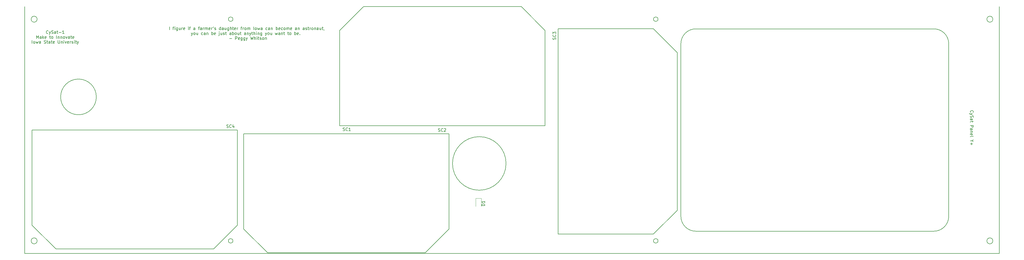
<source format=gbr>
G04 #@! TF.GenerationSoftware,KiCad,Pcbnew,(5.1.9)-1*
G04 #@! TF.CreationDate,2021-03-05T16:24:16-06:00*
G04 #@! TF.ProjectId,Y+,592b2e6b-6963-4616-945f-706362585858,3*
G04 #@! TF.SameCoordinates,Original*
G04 #@! TF.FileFunction,Legend,Top*
G04 #@! TF.FilePolarity,Positive*
%FSLAX46Y46*%
G04 Gerber Fmt 4.6, Leading zero omitted, Abs format (unit mm)*
G04 Created by KiCad (PCBNEW (5.1.9)-1) date 2021-03-05 16:24:16*
%MOMM*%
%LPD*%
G01*
G04 APERTURE LIST*
%ADD10C,0.150000*%
%ADD11C,0.200000*%
%ADD12C,0.120000*%
G04 APERTURE END LIST*
D10*
X444142857Y-220869523D02*
X444095238Y-220821904D01*
X444047619Y-220679047D01*
X444047619Y-220583809D01*
X444095238Y-220440952D01*
X444190476Y-220345714D01*
X444285714Y-220298095D01*
X444476190Y-220250476D01*
X444619047Y-220250476D01*
X444809523Y-220298095D01*
X444904761Y-220345714D01*
X445000000Y-220440952D01*
X445047619Y-220583809D01*
X445047619Y-220679047D01*
X445000000Y-220821904D01*
X444952380Y-220869523D01*
X444714285Y-221202857D02*
X444047619Y-221440952D01*
X444714285Y-221679047D02*
X444047619Y-221440952D01*
X443809523Y-221345714D01*
X443761904Y-221298095D01*
X443714285Y-221202857D01*
X444095238Y-222012380D02*
X444047619Y-222155238D01*
X444047619Y-222393333D01*
X444095238Y-222488571D01*
X444142857Y-222536190D01*
X444238095Y-222583809D01*
X444333333Y-222583809D01*
X444428571Y-222536190D01*
X444476190Y-222488571D01*
X444523809Y-222393333D01*
X444571428Y-222202857D01*
X444619047Y-222107619D01*
X444666666Y-222060000D01*
X444761904Y-222012380D01*
X444857142Y-222012380D01*
X444952380Y-222060000D01*
X445000000Y-222107619D01*
X445047619Y-222202857D01*
X445047619Y-222440952D01*
X445000000Y-222583809D01*
X444047619Y-223440952D02*
X444571428Y-223440952D01*
X444666666Y-223393333D01*
X444714285Y-223298095D01*
X444714285Y-223107619D01*
X444666666Y-223012380D01*
X444095238Y-223440952D02*
X444047619Y-223345714D01*
X444047619Y-223107619D01*
X444095238Y-223012380D01*
X444190476Y-222964761D01*
X444285714Y-222964761D01*
X444380952Y-223012380D01*
X444428571Y-223107619D01*
X444428571Y-223345714D01*
X444476190Y-223440952D01*
X444714285Y-223774285D02*
X444714285Y-224155238D01*
X445047619Y-223917142D02*
X444190476Y-223917142D01*
X444095238Y-223964761D01*
X444047619Y-224060000D01*
X444047619Y-224155238D01*
X444047619Y-225250476D02*
X445047619Y-225250476D01*
X445047619Y-225631428D01*
X445000000Y-225726666D01*
X444952380Y-225774285D01*
X444857142Y-225821904D01*
X444714285Y-225821904D01*
X444619047Y-225774285D01*
X444571428Y-225726666D01*
X444523809Y-225631428D01*
X444523809Y-225250476D01*
X444047619Y-226679047D02*
X444571428Y-226679047D01*
X444666666Y-226631428D01*
X444714285Y-226536190D01*
X444714285Y-226345714D01*
X444666666Y-226250476D01*
X444095238Y-226679047D02*
X444047619Y-226583809D01*
X444047619Y-226345714D01*
X444095238Y-226250476D01*
X444190476Y-226202857D01*
X444285714Y-226202857D01*
X444380952Y-226250476D01*
X444428571Y-226345714D01*
X444428571Y-226583809D01*
X444476190Y-226679047D01*
X444714285Y-227155238D02*
X444047619Y-227155238D01*
X444619047Y-227155238D02*
X444666666Y-227202857D01*
X444714285Y-227298095D01*
X444714285Y-227440952D01*
X444666666Y-227536190D01*
X444571428Y-227583809D01*
X444047619Y-227583809D01*
X444095238Y-228440952D02*
X444047619Y-228345714D01*
X444047619Y-228155238D01*
X444095238Y-228060000D01*
X444190476Y-228012380D01*
X444571428Y-228012380D01*
X444666666Y-228060000D01*
X444714285Y-228155238D01*
X444714285Y-228345714D01*
X444666666Y-228440952D01*
X444571428Y-228488571D01*
X444476190Y-228488571D01*
X444380952Y-228012380D01*
X444047619Y-229060000D02*
X444095238Y-228964761D01*
X444190476Y-228917142D01*
X445047619Y-228917142D01*
X444523809Y-230393333D02*
X444047619Y-230393333D01*
X445047619Y-230060000D02*
X444523809Y-230393333D01*
X445047619Y-230726666D01*
X444428571Y-231060000D02*
X444428571Y-231821904D01*
X444047619Y-231440952D02*
X444809523Y-231440952D01*
X174937857Y-193112380D02*
X174937857Y-192112380D01*
X176033095Y-192445714D02*
X176414047Y-192445714D01*
X176175952Y-193112380D02*
X176175952Y-192255238D01*
X176223571Y-192160000D01*
X176318809Y-192112380D01*
X176414047Y-192112380D01*
X176747380Y-193112380D02*
X176747380Y-192445714D01*
X176747380Y-192112380D02*
X176699761Y-192160000D01*
X176747380Y-192207619D01*
X176795000Y-192160000D01*
X176747380Y-192112380D01*
X176747380Y-192207619D01*
X177652142Y-192445714D02*
X177652142Y-193255238D01*
X177604523Y-193350476D01*
X177556904Y-193398095D01*
X177461666Y-193445714D01*
X177318809Y-193445714D01*
X177223571Y-193398095D01*
X177652142Y-193064761D02*
X177556904Y-193112380D01*
X177366428Y-193112380D01*
X177271190Y-193064761D01*
X177223571Y-193017142D01*
X177175952Y-192921904D01*
X177175952Y-192636190D01*
X177223571Y-192540952D01*
X177271190Y-192493333D01*
X177366428Y-192445714D01*
X177556904Y-192445714D01*
X177652142Y-192493333D01*
X178556904Y-192445714D02*
X178556904Y-193112380D01*
X178128333Y-192445714D02*
X178128333Y-192969523D01*
X178175952Y-193064761D01*
X178271190Y-193112380D01*
X178414047Y-193112380D01*
X178509285Y-193064761D01*
X178556904Y-193017142D01*
X179033095Y-193112380D02*
X179033095Y-192445714D01*
X179033095Y-192636190D02*
X179080714Y-192540952D01*
X179128333Y-192493333D01*
X179223571Y-192445714D01*
X179318809Y-192445714D01*
X180033095Y-193064761D02*
X179937857Y-193112380D01*
X179747380Y-193112380D01*
X179652142Y-193064761D01*
X179604523Y-192969523D01*
X179604523Y-192588571D01*
X179652142Y-192493333D01*
X179747380Y-192445714D01*
X179937857Y-192445714D01*
X180033095Y-192493333D01*
X180080714Y-192588571D01*
X180080714Y-192683809D01*
X179604523Y-192779047D01*
X181271190Y-193112380D02*
X181271190Y-192445714D01*
X181271190Y-192112380D02*
X181223571Y-192160000D01*
X181271190Y-192207619D01*
X181318809Y-192160000D01*
X181271190Y-192112380D01*
X181271190Y-192207619D01*
X181604523Y-192445714D02*
X181985476Y-192445714D01*
X181747380Y-193112380D02*
X181747380Y-192255238D01*
X181795000Y-192160000D01*
X181890238Y-192112380D01*
X181985476Y-192112380D01*
X183509285Y-193112380D02*
X183509285Y-192588571D01*
X183461666Y-192493333D01*
X183366428Y-192445714D01*
X183175952Y-192445714D01*
X183080714Y-192493333D01*
X183509285Y-193064761D02*
X183414047Y-193112380D01*
X183175952Y-193112380D01*
X183080714Y-193064761D01*
X183033095Y-192969523D01*
X183033095Y-192874285D01*
X183080714Y-192779047D01*
X183175952Y-192731428D01*
X183414047Y-192731428D01*
X183509285Y-192683809D01*
X184604523Y-192445714D02*
X184985476Y-192445714D01*
X184747380Y-193112380D02*
X184747380Y-192255238D01*
X184795000Y-192160000D01*
X184890238Y-192112380D01*
X184985476Y-192112380D01*
X185747380Y-193112380D02*
X185747380Y-192588571D01*
X185699761Y-192493333D01*
X185604523Y-192445714D01*
X185414047Y-192445714D01*
X185318809Y-192493333D01*
X185747380Y-193064761D02*
X185652142Y-193112380D01*
X185414047Y-193112380D01*
X185318809Y-193064761D01*
X185271190Y-192969523D01*
X185271190Y-192874285D01*
X185318809Y-192779047D01*
X185414047Y-192731428D01*
X185652142Y-192731428D01*
X185747380Y-192683809D01*
X186223571Y-193112380D02*
X186223571Y-192445714D01*
X186223571Y-192636190D02*
X186271190Y-192540952D01*
X186318809Y-192493333D01*
X186414047Y-192445714D01*
X186509285Y-192445714D01*
X186842619Y-193112380D02*
X186842619Y-192445714D01*
X186842619Y-192540952D02*
X186890238Y-192493333D01*
X186985476Y-192445714D01*
X187128333Y-192445714D01*
X187223571Y-192493333D01*
X187271190Y-192588571D01*
X187271190Y-193112380D01*
X187271190Y-192588571D02*
X187318809Y-192493333D01*
X187414047Y-192445714D01*
X187556904Y-192445714D01*
X187652142Y-192493333D01*
X187699761Y-192588571D01*
X187699761Y-193112380D01*
X188556904Y-193064761D02*
X188461666Y-193112380D01*
X188271190Y-193112380D01*
X188175952Y-193064761D01*
X188128333Y-192969523D01*
X188128333Y-192588571D01*
X188175952Y-192493333D01*
X188271190Y-192445714D01*
X188461666Y-192445714D01*
X188556904Y-192493333D01*
X188604523Y-192588571D01*
X188604523Y-192683809D01*
X188128333Y-192779047D01*
X189033095Y-193112380D02*
X189033095Y-192445714D01*
X189033095Y-192636190D02*
X189080714Y-192540952D01*
X189128333Y-192493333D01*
X189223571Y-192445714D01*
X189318809Y-192445714D01*
X189699761Y-192112380D02*
X189699761Y-192160000D01*
X189652142Y-192255238D01*
X189604523Y-192302857D01*
X190080714Y-193064761D02*
X190175952Y-193112380D01*
X190366428Y-193112380D01*
X190461666Y-193064761D01*
X190509285Y-192969523D01*
X190509285Y-192921904D01*
X190461666Y-192826666D01*
X190366428Y-192779047D01*
X190223571Y-192779047D01*
X190128333Y-192731428D01*
X190080714Y-192636190D01*
X190080714Y-192588571D01*
X190128333Y-192493333D01*
X190223571Y-192445714D01*
X190366428Y-192445714D01*
X190461666Y-192493333D01*
X192128333Y-193112380D02*
X192128333Y-192112380D01*
X192128333Y-193064761D02*
X192033095Y-193112380D01*
X191842619Y-193112380D01*
X191747380Y-193064761D01*
X191699761Y-193017142D01*
X191652142Y-192921904D01*
X191652142Y-192636190D01*
X191699761Y-192540952D01*
X191747380Y-192493333D01*
X191842619Y-192445714D01*
X192033095Y-192445714D01*
X192128333Y-192493333D01*
X193033095Y-193112380D02*
X193033095Y-192588571D01*
X192985476Y-192493333D01*
X192890238Y-192445714D01*
X192699761Y-192445714D01*
X192604523Y-192493333D01*
X193033095Y-193064761D02*
X192937857Y-193112380D01*
X192699761Y-193112380D01*
X192604523Y-193064761D01*
X192556904Y-192969523D01*
X192556904Y-192874285D01*
X192604523Y-192779047D01*
X192699761Y-192731428D01*
X192937857Y-192731428D01*
X193033095Y-192683809D01*
X193937857Y-192445714D02*
X193937857Y-193112380D01*
X193509285Y-192445714D02*
X193509285Y-192969523D01*
X193556904Y-193064761D01*
X193652142Y-193112380D01*
X193795000Y-193112380D01*
X193890238Y-193064761D01*
X193937857Y-193017142D01*
X194842619Y-192445714D02*
X194842619Y-193255238D01*
X194795000Y-193350476D01*
X194747380Y-193398095D01*
X194652142Y-193445714D01*
X194509285Y-193445714D01*
X194414047Y-193398095D01*
X194842619Y-193064761D02*
X194747380Y-193112380D01*
X194556904Y-193112380D01*
X194461666Y-193064761D01*
X194414047Y-193017142D01*
X194366428Y-192921904D01*
X194366428Y-192636190D01*
X194414047Y-192540952D01*
X194461666Y-192493333D01*
X194556904Y-192445714D01*
X194747380Y-192445714D01*
X194842619Y-192493333D01*
X195318809Y-193112380D02*
X195318809Y-192112380D01*
X195747380Y-193112380D02*
X195747380Y-192588571D01*
X195699761Y-192493333D01*
X195604523Y-192445714D01*
X195461666Y-192445714D01*
X195366428Y-192493333D01*
X195318809Y-192540952D01*
X196080714Y-192445714D02*
X196461666Y-192445714D01*
X196223571Y-192112380D02*
X196223571Y-192969523D01*
X196271190Y-193064761D01*
X196366428Y-193112380D01*
X196461666Y-193112380D01*
X197175952Y-193064761D02*
X197080714Y-193112380D01*
X196890238Y-193112380D01*
X196795000Y-193064761D01*
X196747380Y-192969523D01*
X196747380Y-192588571D01*
X196795000Y-192493333D01*
X196890238Y-192445714D01*
X197080714Y-192445714D01*
X197175952Y-192493333D01*
X197223571Y-192588571D01*
X197223571Y-192683809D01*
X196747380Y-192779047D01*
X197652142Y-193112380D02*
X197652142Y-192445714D01*
X197652142Y-192636190D02*
X197699761Y-192540952D01*
X197747380Y-192493333D01*
X197842619Y-192445714D01*
X197937857Y-192445714D01*
X198890238Y-192445714D02*
X199271190Y-192445714D01*
X199033095Y-193112380D02*
X199033095Y-192255238D01*
X199080714Y-192160000D01*
X199175952Y-192112380D01*
X199271190Y-192112380D01*
X199604523Y-193112380D02*
X199604523Y-192445714D01*
X199604523Y-192636190D02*
X199652142Y-192540952D01*
X199699761Y-192493333D01*
X199795000Y-192445714D01*
X199890238Y-192445714D01*
X200366428Y-193112380D02*
X200271190Y-193064761D01*
X200223571Y-193017142D01*
X200175952Y-192921904D01*
X200175952Y-192636190D01*
X200223571Y-192540952D01*
X200271190Y-192493333D01*
X200366428Y-192445714D01*
X200509285Y-192445714D01*
X200604523Y-192493333D01*
X200652142Y-192540952D01*
X200699761Y-192636190D01*
X200699761Y-192921904D01*
X200652142Y-193017142D01*
X200604523Y-193064761D01*
X200509285Y-193112380D01*
X200366428Y-193112380D01*
X201128333Y-193112380D02*
X201128333Y-192445714D01*
X201128333Y-192540952D02*
X201175952Y-192493333D01*
X201271190Y-192445714D01*
X201414047Y-192445714D01*
X201509285Y-192493333D01*
X201556904Y-192588571D01*
X201556904Y-193112380D01*
X201556904Y-192588571D02*
X201604523Y-192493333D01*
X201699761Y-192445714D01*
X201842619Y-192445714D01*
X201937857Y-192493333D01*
X201985476Y-192588571D01*
X201985476Y-193112380D01*
X203223571Y-193112380D02*
X203223571Y-192112380D01*
X203842619Y-193112380D02*
X203747380Y-193064761D01*
X203699761Y-193017142D01*
X203652142Y-192921904D01*
X203652142Y-192636190D01*
X203699761Y-192540952D01*
X203747380Y-192493333D01*
X203842619Y-192445714D01*
X203985476Y-192445714D01*
X204080714Y-192493333D01*
X204128333Y-192540952D01*
X204175952Y-192636190D01*
X204175952Y-192921904D01*
X204128333Y-193017142D01*
X204080714Y-193064761D01*
X203985476Y-193112380D01*
X203842619Y-193112380D01*
X204509285Y-192445714D02*
X204699761Y-193112380D01*
X204890238Y-192636190D01*
X205080714Y-193112380D01*
X205271190Y-192445714D01*
X206080714Y-193112380D02*
X206080714Y-192588571D01*
X206033095Y-192493333D01*
X205937857Y-192445714D01*
X205747380Y-192445714D01*
X205652142Y-192493333D01*
X206080714Y-193064761D02*
X205985476Y-193112380D01*
X205747380Y-193112380D01*
X205652142Y-193064761D01*
X205604523Y-192969523D01*
X205604523Y-192874285D01*
X205652142Y-192779047D01*
X205747380Y-192731428D01*
X205985476Y-192731428D01*
X206080714Y-192683809D01*
X207747380Y-193064761D02*
X207652142Y-193112380D01*
X207461666Y-193112380D01*
X207366428Y-193064761D01*
X207318809Y-193017142D01*
X207271190Y-192921904D01*
X207271190Y-192636190D01*
X207318809Y-192540952D01*
X207366428Y-192493333D01*
X207461666Y-192445714D01*
X207652142Y-192445714D01*
X207747380Y-192493333D01*
X208604523Y-193112380D02*
X208604523Y-192588571D01*
X208556904Y-192493333D01*
X208461666Y-192445714D01*
X208271190Y-192445714D01*
X208175952Y-192493333D01*
X208604523Y-193064761D02*
X208509285Y-193112380D01*
X208271190Y-193112380D01*
X208175952Y-193064761D01*
X208128333Y-192969523D01*
X208128333Y-192874285D01*
X208175952Y-192779047D01*
X208271190Y-192731428D01*
X208509285Y-192731428D01*
X208604523Y-192683809D01*
X209080714Y-192445714D02*
X209080714Y-193112380D01*
X209080714Y-192540952D02*
X209128333Y-192493333D01*
X209223571Y-192445714D01*
X209366428Y-192445714D01*
X209461666Y-192493333D01*
X209509285Y-192588571D01*
X209509285Y-193112380D01*
X210747380Y-193112380D02*
X210747380Y-192112380D01*
X210747380Y-192493333D02*
X210842619Y-192445714D01*
X211033095Y-192445714D01*
X211128333Y-192493333D01*
X211175952Y-192540952D01*
X211223571Y-192636190D01*
X211223571Y-192921904D01*
X211175952Y-193017142D01*
X211128333Y-193064761D01*
X211033095Y-193112380D01*
X210842619Y-193112380D01*
X210747380Y-193064761D01*
X212033095Y-193064761D02*
X211937857Y-193112380D01*
X211747380Y-193112380D01*
X211652142Y-193064761D01*
X211604523Y-192969523D01*
X211604523Y-192588571D01*
X211652142Y-192493333D01*
X211747380Y-192445714D01*
X211937857Y-192445714D01*
X212033095Y-192493333D01*
X212080714Y-192588571D01*
X212080714Y-192683809D01*
X211604523Y-192779047D01*
X212937857Y-193064761D02*
X212842619Y-193112380D01*
X212652142Y-193112380D01*
X212556904Y-193064761D01*
X212509285Y-193017142D01*
X212461666Y-192921904D01*
X212461666Y-192636190D01*
X212509285Y-192540952D01*
X212556904Y-192493333D01*
X212652142Y-192445714D01*
X212842619Y-192445714D01*
X212937857Y-192493333D01*
X213509285Y-193112380D02*
X213414047Y-193064761D01*
X213366428Y-193017142D01*
X213318809Y-192921904D01*
X213318809Y-192636190D01*
X213366428Y-192540952D01*
X213414047Y-192493333D01*
X213509285Y-192445714D01*
X213652142Y-192445714D01*
X213747380Y-192493333D01*
X213795000Y-192540952D01*
X213842619Y-192636190D01*
X213842619Y-192921904D01*
X213795000Y-193017142D01*
X213747380Y-193064761D01*
X213652142Y-193112380D01*
X213509285Y-193112380D01*
X214271190Y-193112380D02*
X214271190Y-192445714D01*
X214271190Y-192540952D02*
X214318809Y-192493333D01*
X214414047Y-192445714D01*
X214556904Y-192445714D01*
X214652142Y-192493333D01*
X214699761Y-192588571D01*
X214699761Y-193112380D01*
X214699761Y-192588571D02*
X214747380Y-192493333D01*
X214842619Y-192445714D01*
X214985476Y-192445714D01*
X215080714Y-192493333D01*
X215128333Y-192588571D01*
X215128333Y-193112380D01*
X215985476Y-193064761D02*
X215890238Y-193112380D01*
X215699761Y-193112380D01*
X215604523Y-193064761D01*
X215556904Y-192969523D01*
X215556904Y-192588571D01*
X215604523Y-192493333D01*
X215699761Y-192445714D01*
X215890238Y-192445714D01*
X215985476Y-192493333D01*
X216033095Y-192588571D01*
X216033095Y-192683809D01*
X215556904Y-192779047D01*
X217652142Y-193112380D02*
X217652142Y-192588571D01*
X217604523Y-192493333D01*
X217509285Y-192445714D01*
X217318809Y-192445714D01*
X217223571Y-192493333D01*
X217652142Y-193064761D02*
X217556904Y-193112380D01*
X217318809Y-193112380D01*
X217223571Y-193064761D01*
X217175952Y-192969523D01*
X217175952Y-192874285D01*
X217223571Y-192779047D01*
X217318809Y-192731428D01*
X217556904Y-192731428D01*
X217652142Y-192683809D01*
X218128333Y-192445714D02*
X218128333Y-193112380D01*
X218128333Y-192540952D02*
X218175952Y-192493333D01*
X218271190Y-192445714D01*
X218414047Y-192445714D01*
X218509285Y-192493333D01*
X218556904Y-192588571D01*
X218556904Y-193112380D01*
X220223571Y-193112380D02*
X220223571Y-192588571D01*
X220175952Y-192493333D01*
X220080714Y-192445714D01*
X219890238Y-192445714D01*
X219795000Y-192493333D01*
X220223571Y-193064761D02*
X220128333Y-193112380D01*
X219890238Y-193112380D01*
X219795000Y-193064761D01*
X219747380Y-192969523D01*
X219747380Y-192874285D01*
X219795000Y-192779047D01*
X219890238Y-192731428D01*
X220128333Y-192731428D01*
X220223571Y-192683809D01*
X220652142Y-193064761D02*
X220747380Y-193112380D01*
X220937857Y-193112380D01*
X221033095Y-193064761D01*
X221080714Y-192969523D01*
X221080714Y-192921904D01*
X221033095Y-192826666D01*
X220937857Y-192779047D01*
X220795000Y-192779047D01*
X220699761Y-192731428D01*
X220652142Y-192636190D01*
X220652142Y-192588571D01*
X220699761Y-192493333D01*
X220795000Y-192445714D01*
X220937857Y-192445714D01*
X221033095Y-192493333D01*
X221366428Y-192445714D02*
X221747380Y-192445714D01*
X221509285Y-192112380D02*
X221509285Y-192969523D01*
X221556904Y-193064761D01*
X221652142Y-193112380D01*
X221747380Y-193112380D01*
X222080714Y-193112380D02*
X222080714Y-192445714D01*
X222080714Y-192636190D02*
X222128333Y-192540952D01*
X222175952Y-192493333D01*
X222271190Y-192445714D01*
X222366428Y-192445714D01*
X222842619Y-193112380D02*
X222747380Y-193064761D01*
X222699761Y-193017142D01*
X222652142Y-192921904D01*
X222652142Y-192636190D01*
X222699761Y-192540952D01*
X222747380Y-192493333D01*
X222842619Y-192445714D01*
X222985476Y-192445714D01*
X223080714Y-192493333D01*
X223128333Y-192540952D01*
X223175952Y-192636190D01*
X223175952Y-192921904D01*
X223128333Y-193017142D01*
X223080714Y-193064761D01*
X222985476Y-193112380D01*
X222842619Y-193112380D01*
X223604523Y-192445714D02*
X223604523Y-193112380D01*
X223604523Y-192540952D02*
X223652142Y-192493333D01*
X223747380Y-192445714D01*
X223890238Y-192445714D01*
X223985476Y-192493333D01*
X224033095Y-192588571D01*
X224033095Y-193112380D01*
X224937857Y-193112380D02*
X224937857Y-192588571D01*
X224890238Y-192493333D01*
X224794999Y-192445714D01*
X224604523Y-192445714D01*
X224509285Y-192493333D01*
X224937857Y-193064761D02*
X224842619Y-193112380D01*
X224604523Y-193112380D01*
X224509285Y-193064761D01*
X224461666Y-192969523D01*
X224461666Y-192874285D01*
X224509285Y-192779047D01*
X224604523Y-192731428D01*
X224842619Y-192731428D01*
X224937857Y-192683809D01*
X225842619Y-192445714D02*
X225842619Y-193112380D01*
X225414047Y-192445714D02*
X225414047Y-192969523D01*
X225461666Y-193064761D01*
X225556904Y-193112380D01*
X225699761Y-193112380D01*
X225794999Y-193064761D01*
X225842619Y-193017142D01*
X226175952Y-192445714D02*
X226556904Y-192445714D01*
X226318809Y-192112380D02*
X226318809Y-192969523D01*
X226366428Y-193064761D01*
X226461666Y-193112380D01*
X226556904Y-193112380D01*
X226937857Y-193064761D02*
X226937857Y-193112380D01*
X226890238Y-193207619D01*
X226842619Y-193255238D01*
X182247380Y-194095714D02*
X182485476Y-194762380D01*
X182723571Y-194095714D02*
X182485476Y-194762380D01*
X182390238Y-195000476D01*
X182342619Y-195048095D01*
X182247380Y-195095714D01*
X183247380Y-194762380D02*
X183152142Y-194714761D01*
X183104523Y-194667142D01*
X183056904Y-194571904D01*
X183056904Y-194286190D01*
X183104523Y-194190952D01*
X183152142Y-194143333D01*
X183247380Y-194095714D01*
X183390238Y-194095714D01*
X183485476Y-194143333D01*
X183533095Y-194190952D01*
X183580714Y-194286190D01*
X183580714Y-194571904D01*
X183533095Y-194667142D01*
X183485476Y-194714761D01*
X183390238Y-194762380D01*
X183247380Y-194762380D01*
X184437857Y-194095714D02*
X184437857Y-194762380D01*
X184009285Y-194095714D02*
X184009285Y-194619523D01*
X184056904Y-194714761D01*
X184152142Y-194762380D01*
X184295000Y-194762380D01*
X184390238Y-194714761D01*
X184437857Y-194667142D01*
X186104523Y-194714761D02*
X186009285Y-194762380D01*
X185818809Y-194762380D01*
X185723571Y-194714761D01*
X185675952Y-194667142D01*
X185628333Y-194571904D01*
X185628333Y-194286190D01*
X185675952Y-194190952D01*
X185723571Y-194143333D01*
X185818809Y-194095714D01*
X186009285Y-194095714D01*
X186104523Y-194143333D01*
X186961666Y-194762380D02*
X186961666Y-194238571D01*
X186914047Y-194143333D01*
X186818809Y-194095714D01*
X186628333Y-194095714D01*
X186533095Y-194143333D01*
X186961666Y-194714761D02*
X186866428Y-194762380D01*
X186628333Y-194762380D01*
X186533095Y-194714761D01*
X186485476Y-194619523D01*
X186485476Y-194524285D01*
X186533095Y-194429047D01*
X186628333Y-194381428D01*
X186866428Y-194381428D01*
X186961666Y-194333809D01*
X187437857Y-194095714D02*
X187437857Y-194762380D01*
X187437857Y-194190952D02*
X187485476Y-194143333D01*
X187580714Y-194095714D01*
X187723571Y-194095714D01*
X187818809Y-194143333D01*
X187866428Y-194238571D01*
X187866428Y-194762380D01*
X189104523Y-194762380D02*
X189104523Y-193762380D01*
X189104523Y-194143333D02*
X189199761Y-194095714D01*
X189390238Y-194095714D01*
X189485476Y-194143333D01*
X189533095Y-194190952D01*
X189580714Y-194286190D01*
X189580714Y-194571904D01*
X189533095Y-194667142D01*
X189485476Y-194714761D01*
X189390238Y-194762380D01*
X189199761Y-194762380D01*
X189104523Y-194714761D01*
X190390238Y-194714761D02*
X190295000Y-194762380D01*
X190104523Y-194762380D01*
X190009285Y-194714761D01*
X189961666Y-194619523D01*
X189961666Y-194238571D01*
X190009285Y-194143333D01*
X190104523Y-194095714D01*
X190295000Y-194095714D01*
X190390238Y-194143333D01*
X190437857Y-194238571D01*
X190437857Y-194333809D01*
X189961666Y-194429047D01*
X191628333Y-194095714D02*
X191628333Y-194952857D01*
X191580714Y-195048095D01*
X191485476Y-195095714D01*
X191437857Y-195095714D01*
X191628333Y-193762380D02*
X191580714Y-193810000D01*
X191628333Y-193857619D01*
X191675952Y-193810000D01*
X191628333Y-193762380D01*
X191628333Y-193857619D01*
X192533095Y-194095714D02*
X192533095Y-194762380D01*
X192104523Y-194095714D02*
X192104523Y-194619523D01*
X192152142Y-194714761D01*
X192247380Y-194762380D01*
X192390238Y-194762380D01*
X192485476Y-194714761D01*
X192533095Y-194667142D01*
X192961666Y-194714761D02*
X193056904Y-194762380D01*
X193247380Y-194762380D01*
X193342619Y-194714761D01*
X193390238Y-194619523D01*
X193390238Y-194571904D01*
X193342619Y-194476666D01*
X193247380Y-194429047D01*
X193104523Y-194429047D01*
X193009285Y-194381428D01*
X192961666Y-194286190D01*
X192961666Y-194238571D01*
X193009285Y-194143333D01*
X193104523Y-194095714D01*
X193247380Y-194095714D01*
X193342619Y-194143333D01*
X193675952Y-194095714D02*
X194056904Y-194095714D01*
X193818809Y-193762380D02*
X193818809Y-194619523D01*
X193866428Y-194714761D01*
X193961666Y-194762380D01*
X194056904Y-194762380D01*
X195580714Y-194762380D02*
X195580714Y-194238571D01*
X195533095Y-194143333D01*
X195437857Y-194095714D01*
X195247380Y-194095714D01*
X195152142Y-194143333D01*
X195580714Y-194714761D02*
X195485476Y-194762380D01*
X195247380Y-194762380D01*
X195152142Y-194714761D01*
X195104523Y-194619523D01*
X195104523Y-194524285D01*
X195152142Y-194429047D01*
X195247380Y-194381428D01*
X195485476Y-194381428D01*
X195580714Y-194333809D01*
X196056904Y-194762380D02*
X196056904Y-193762380D01*
X196056904Y-194143333D02*
X196152142Y-194095714D01*
X196342619Y-194095714D01*
X196437857Y-194143333D01*
X196485476Y-194190952D01*
X196533095Y-194286190D01*
X196533095Y-194571904D01*
X196485476Y-194667142D01*
X196437857Y-194714761D01*
X196342619Y-194762380D01*
X196152142Y-194762380D01*
X196056904Y-194714761D01*
X197104523Y-194762380D02*
X197009285Y-194714761D01*
X196961666Y-194667142D01*
X196914047Y-194571904D01*
X196914047Y-194286190D01*
X196961666Y-194190952D01*
X197009285Y-194143333D01*
X197104523Y-194095714D01*
X197247380Y-194095714D01*
X197342619Y-194143333D01*
X197390238Y-194190952D01*
X197437857Y-194286190D01*
X197437857Y-194571904D01*
X197390238Y-194667142D01*
X197342619Y-194714761D01*
X197247380Y-194762380D01*
X197104523Y-194762380D01*
X198295000Y-194095714D02*
X198295000Y-194762380D01*
X197866428Y-194095714D02*
X197866428Y-194619523D01*
X197914047Y-194714761D01*
X198009285Y-194762380D01*
X198152142Y-194762380D01*
X198247380Y-194714761D01*
X198295000Y-194667142D01*
X198628333Y-194095714D02*
X199009285Y-194095714D01*
X198771190Y-193762380D02*
X198771190Y-194619523D01*
X198818809Y-194714761D01*
X198914047Y-194762380D01*
X199009285Y-194762380D01*
X200533095Y-194762380D02*
X200533095Y-194238571D01*
X200485476Y-194143333D01*
X200390238Y-194095714D01*
X200199761Y-194095714D01*
X200104523Y-194143333D01*
X200533095Y-194714761D02*
X200437857Y-194762380D01*
X200199761Y-194762380D01*
X200104523Y-194714761D01*
X200056904Y-194619523D01*
X200056904Y-194524285D01*
X200104523Y-194429047D01*
X200199761Y-194381428D01*
X200437857Y-194381428D01*
X200533095Y-194333809D01*
X201009285Y-194095714D02*
X201009285Y-194762380D01*
X201009285Y-194190952D02*
X201056904Y-194143333D01*
X201152142Y-194095714D01*
X201295000Y-194095714D01*
X201390238Y-194143333D01*
X201437857Y-194238571D01*
X201437857Y-194762380D01*
X201818809Y-194095714D02*
X202056904Y-194762380D01*
X202295000Y-194095714D02*
X202056904Y-194762380D01*
X201961666Y-195000476D01*
X201914047Y-195048095D01*
X201818809Y-195095714D01*
X202533095Y-194095714D02*
X202914047Y-194095714D01*
X202675952Y-193762380D02*
X202675952Y-194619523D01*
X202723571Y-194714761D01*
X202818809Y-194762380D01*
X202914047Y-194762380D01*
X203247380Y-194762380D02*
X203247380Y-193762380D01*
X203675952Y-194762380D02*
X203675952Y-194238571D01*
X203628333Y-194143333D01*
X203533095Y-194095714D01*
X203390238Y-194095714D01*
X203295000Y-194143333D01*
X203247380Y-194190952D01*
X204152142Y-194762380D02*
X204152142Y-194095714D01*
X204152142Y-193762380D02*
X204104523Y-193810000D01*
X204152142Y-193857619D01*
X204199761Y-193810000D01*
X204152142Y-193762380D01*
X204152142Y-193857619D01*
X204628333Y-194095714D02*
X204628333Y-194762380D01*
X204628333Y-194190952D02*
X204675952Y-194143333D01*
X204771190Y-194095714D01*
X204914047Y-194095714D01*
X205009285Y-194143333D01*
X205056904Y-194238571D01*
X205056904Y-194762380D01*
X205961666Y-194095714D02*
X205961666Y-194905238D01*
X205914047Y-195000476D01*
X205866428Y-195048095D01*
X205771190Y-195095714D01*
X205628333Y-195095714D01*
X205533095Y-195048095D01*
X205961666Y-194714761D02*
X205866428Y-194762380D01*
X205675952Y-194762380D01*
X205580714Y-194714761D01*
X205533095Y-194667142D01*
X205485476Y-194571904D01*
X205485476Y-194286190D01*
X205533095Y-194190952D01*
X205580714Y-194143333D01*
X205675952Y-194095714D01*
X205866428Y-194095714D01*
X205961666Y-194143333D01*
X207104523Y-194095714D02*
X207342619Y-194762380D01*
X207580714Y-194095714D02*
X207342619Y-194762380D01*
X207247380Y-195000476D01*
X207199761Y-195048095D01*
X207104523Y-195095714D01*
X208104523Y-194762380D02*
X208009285Y-194714761D01*
X207961666Y-194667142D01*
X207914047Y-194571904D01*
X207914047Y-194286190D01*
X207961666Y-194190952D01*
X208009285Y-194143333D01*
X208104523Y-194095714D01*
X208247380Y-194095714D01*
X208342619Y-194143333D01*
X208390238Y-194190952D01*
X208437857Y-194286190D01*
X208437857Y-194571904D01*
X208390238Y-194667142D01*
X208342619Y-194714761D01*
X208247380Y-194762380D01*
X208104523Y-194762380D01*
X209295000Y-194095714D02*
X209295000Y-194762380D01*
X208866428Y-194095714D02*
X208866428Y-194619523D01*
X208914047Y-194714761D01*
X209009285Y-194762380D01*
X209152142Y-194762380D01*
X209247380Y-194714761D01*
X209295000Y-194667142D01*
X210437857Y-194095714D02*
X210628333Y-194762380D01*
X210818809Y-194286190D01*
X211009285Y-194762380D01*
X211199761Y-194095714D01*
X212009285Y-194762380D02*
X212009285Y-194238571D01*
X211961666Y-194143333D01*
X211866428Y-194095714D01*
X211675952Y-194095714D01*
X211580714Y-194143333D01*
X212009285Y-194714761D02*
X211914047Y-194762380D01*
X211675952Y-194762380D01*
X211580714Y-194714761D01*
X211533095Y-194619523D01*
X211533095Y-194524285D01*
X211580714Y-194429047D01*
X211675952Y-194381428D01*
X211914047Y-194381428D01*
X212009285Y-194333809D01*
X212485476Y-194095714D02*
X212485476Y-194762380D01*
X212485476Y-194190952D02*
X212533095Y-194143333D01*
X212628333Y-194095714D01*
X212771190Y-194095714D01*
X212866428Y-194143333D01*
X212914047Y-194238571D01*
X212914047Y-194762380D01*
X213247380Y-194095714D02*
X213628333Y-194095714D01*
X213390238Y-193762380D02*
X213390238Y-194619523D01*
X213437857Y-194714761D01*
X213533095Y-194762380D01*
X213628333Y-194762380D01*
X214580714Y-194095714D02*
X214961666Y-194095714D01*
X214723571Y-193762380D02*
X214723571Y-194619523D01*
X214771190Y-194714761D01*
X214866428Y-194762380D01*
X214961666Y-194762380D01*
X215437857Y-194762380D02*
X215342619Y-194714761D01*
X215295000Y-194667142D01*
X215247380Y-194571904D01*
X215247380Y-194286190D01*
X215295000Y-194190952D01*
X215342619Y-194143333D01*
X215437857Y-194095714D01*
X215580714Y-194095714D01*
X215675952Y-194143333D01*
X215723571Y-194190952D01*
X215771190Y-194286190D01*
X215771190Y-194571904D01*
X215723571Y-194667142D01*
X215675952Y-194714761D01*
X215580714Y-194762380D01*
X215437857Y-194762380D01*
X216961666Y-194762380D02*
X216961666Y-193762380D01*
X216961666Y-194143333D02*
X217056904Y-194095714D01*
X217247380Y-194095714D01*
X217342619Y-194143333D01*
X217390238Y-194190952D01*
X217437857Y-194286190D01*
X217437857Y-194571904D01*
X217390238Y-194667142D01*
X217342619Y-194714761D01*
X217247380Y-194762380D01*
X217056904Y-194762380D01*
X216961666Y-194714761D01*
X218247380Y-194714761D02*
X218152142Y-194762380D01*
X217961666Y-194762380D01*
X217866428Y-194714761D01*
X217818809Y-194619523D01*
X217818809Y-194238571D01*
X217866428Y-194143333D01*
X217961666Y-194095714D01*
X218152142Y-194095714D01*
X218247380Y-194143333D01*
X218295000Y-194238571D01*
X218295000Y-194333809D01*
X217818809Y-194429047D01*
X218723571Y-194667142D02*
X218771190Y-194714761D01*
X218723571Y-194762380D01*
X218675952Y-194714761D01*
X218723571Y-194667142D01*
X218723571Y-194762380D01*
X195080714Y-196031428D02*
X195842619Y-196031428D01*
X197080714Y-196412380D02*
X197080714Y-195412380D01*
X197461666Y-195412380D01*
X197556904Y-195460000D01*
X197604523Y-195507619D01*
X197652142Y-195602857D01*
X197652142Y-195745714D01*
X197604523Y-195840952D01*
X197556904Y-195888571D01*
X197461666Y-195936190D01*
X197080714Y-195936190D01*
X198461666Y-196364761D02*
X198366428Y-196412380D01*
X198175952Y-196412380D01*
X198080714Y-196364761D01*
X198033095Y-196269523D01*
X198033095Y-195888571D01*
X198080714Y-195793333D01*
X198175952Y-195745714D01*
X198366428Y-195745714D01*
X198461666Y-195793333D01*
X198509285Y-195888571D01*
X198509285Y-195983809D01*
X198033095Y-196079047D01*
X199366428Y-195745714D02*
X199366428Y-196555238D01*
X199318809Y-196650476D01*
X199271190Y-196698095D01*
X199175952Y-196745714D01*
X199033095Y-196745714D01*
X198937857Y-196698095D01*
X199366428Y-196364761D02*
X199271190Y-196412380D01*
X199080714Y-196412380D01*
X198985476Y-196364761D01*
X198937857Y-196317142D01*
X198890238Y-196221904D01*
X198890238Y-195936190D01*
X198937857Y-195840952D01*
X198985476Y-195793333D01*
X199080714Y-195745714D01*
X199271190Y-195745714D01*
X199366428Y-195793333D01*
X200271190Y-195745714D02*
X200271190Y-196555238D01*
X200223571Y-196650476D01*
X200175952Y-196698095D01*
X200080714Y-196745714D01*
X199937857Y-196745714D01*
X199842619Y-196698095D01*
X200271190Y-196364761D02*
X200175952Y-196412380D01*
X199985476Y-196412380D01*
X199890238Y-196364761D01*
X199842619Y-196317142D01*
X199795000Y-196221904D01*
X199795000Y-195936190D01*
X199842619Y-195840952D01*
X199890238Y-195793333D01*
X199985476Y-195745714D01*
X200175952Y-195745714D01*
X200271190Y-195793333D01*
X200652142Y-195745714D02*
X200890238Y-196412380D01*
X201128333Y-195745714D02*
X200890238Y-196412380D01*
X200795000Y-196650476D01*
X200747380Y-196698095D01*
X200652142Y-196745714D01*
X202175952Y-195412380D02*
X202414047Y-196412380D01*
X202604523Y-195698095D01*
X202795000Y-196412380D01*
X203033095Y-195412380D01*
X203414047Y-196412380D02*
X203414047Y-195412380D01*
X203842619Y-196412380D02*
X203842619Y-195888571D01*
X203795000Y-195793333D01*
X203699761Y-195745714D01*
X203556904Y-195745714D01*
X203461666Y-195793333D01*
X203414047Y-195840952D01*
X204318809Y-196412380D02*
X204318809Y-195745714D01*
X204318809Y-195412380D02*
X204271190Y-195460000D01*
X204318809Y-195507619D01*
X204366428Y-195460000D01*
X204318809Y-195412380D01*
X204318809Y-195507619D01*
X204652142Y-195745714D02*
X205033095Y-195745714D01*
X204795000Y-195412380D02*
X204795000Y-196269523D01*
X204842619Y-196364761D01*
X204937857Y-196412380D01*
X205033095Y-196412380D01*
X205318809Y-196364761D02*
X205414047Y-196412380D01*
X205604523Y-196412380D01*
X205699761Y-196364761D01*
X205747380Y-196269523D01*
X205747380Y-196221904D01*
X205699761Y-196126666D01*
X205604523Y-196079047D01*
X205461666Y-196079047D01*
X205366428Y-196031428D01*
X205318809Y-195936190D01*
X205318809Y-195888571D01*
X205366428Y-195793333D01*
X205461666Y-195745714D01*
X205604523Y-195745714D01*
X205699761Y-195793333D01*
X206318809Y-196412380D02*
X206223571Y-196364761D01*
X206175952Y-196317142D01*
X206128333Y-196221904D01*
X206128333Y-195936190D01*
X206175952Y-195840952D01*
X206223571Y-195793333D01*
X206318809Y-195745714D01*
X206461666Y-195745714D01*
X206556904Y-195793333D01*
X206604523Y-195840952D01*
X206652142Y-195936190D01*
X206652142Y-196221904D01*
X206604523Y-196317142D01*
X206556904Y-196364761D01*
X206461666Y-196412380D01*
X206318809Y-196412380D01*
X207080714Y-195745714D02*
X207080714Y-196412380D01*
X207080714Y-195840952D02*
X207128333Y-195793333D01*
X207223571Y-195745714D01*
X207366428Y-195745714D01*
X207461666Y-195793333D01*
X207509285Y-195888571D01*
X207509285Y-196412380D01*
X134144047Y-194287142D02*
X134096428Y-194334761D01*
X133953571Y-194382380D01*
X133858333Y-194382380D01*
X133715476Y-194334761D01*
X133620238Y-194239523D01*
X133572619Y-194144285D01*
X133525000Y-193953809D01*
X133525000Y-193810952D01*
X133572619Y-193620476D01*
X133620238Y-193525238D01*
X133715476Y-193430000D01*
X133858333Y-193382380D01*
X133953571Y-193382380D01*
X134096428Y-193430000D01*
X134144047Y-193477619D01*
X134477380Y-193715714D02*
X134715476Y-194382380D01*
X134953571Y-193715714D02*
X134715476Y-194382380D01*
X134620238Y-194620476D01*
X134572619Y-194668095D01*
X134477380Y-194715714D01*
X135286904Y-194334761D02*
X135429761Y-194382380D01*
X135667857Y-194382380D01*
X135763095Y-194334761D01*
X135810714Y-194287142D01*
X135858333Y-194191904D01*
X135858333Y-194096666D01*
X135810714Y-194001428D01*
X135763095Y-193953809D01*
X135667857Y-193906190D01*
X135477380Y-193858571D01*
X135382142Y-193810952D01*
X135334523Y-193763333D01*
X135286904Y-193668095D01*
X135286904Y-193572857D01*
X135334523Y-193477619D01*
X135382142Y-193430000D01*
X135477380Y-193382380D01*
X135715476Y-193382380D01*
X135858333Y-193430000D01*
X136715476Y-194382380D02*
X136715476Y-193858571D01*
X136667857Y-193763333D01*
X136572619Y-193715714D01*
X136382142Y-193715714D01*
X136286904Y-193763333D01*
X136715476Y-194334761D02*
X136620238Y-194382380D01*
X136382142Y-194382380D01*
X136286904Y-194334761D01*
X136239285Y-194239523D01*
X136239285Y-194144285D01*
X136286904Y-194049047D01*
X136382142Y-194001428D01*
X136620238Y-194001428D01*
X136715476Y-193953809D01*
X137048809Y-193715714D02*
X137429761Y-193715714D01*
X137191666Y-193382380D02*
X137191666Y-194239523D01*
X137239285Y-194334761D01*
X137334523Y-194382380D01*
X137429761Y-194382380D01*
X137763095Y-194001428D02*
X138525000Y-194001428D01*
X139525000Y-194382380D02*
X138953571Y-194382380D01*
X139239285Y-194382380D02*
X139239285Y-193382380D01*
X139144047Y-193525238D01*
X139048809Y-193620476D01*
X138953571Y-193668095D01*
X130263095Y-196032380D02*
X130263095Y-195032380D01*
X130596428Y-195746666D01*
X130929761Y-195032380D01*
X130929761Y-196032380D01*
X131834523Y-196032380D02*
X131834523Y-195508571D01*
X131786904Y-195413333D01*
X131691666Y-195365714D01*
X131501190Y-195365714D01*
X131405952Y-195413333D01*
X131834523Y-195984761D02*
X131739285Y-196032380D01*
X131501190Y-196032380D01*
X131405952Y-195984761D01*
X131358333Y-195889523D01*
X131358333Y-195794285D01*
X131405952Y-195699047D01*
X131501190Y-195651428D01*
X131739285Y-195651428D01*
X131834523Y-195603809D01*
X132310714Y-196032380D02*
X132310714Y-195032380D01*
X132405952Y-195651428D02*
X132691666Y-196032380D01*
X132691666Y-195365714D02*
X132310714Y-195746666D01*
X133501190Y-195984761D02*
X133405952Y-196032380D01*
X133215476Y-196032380D01*
X133120238Y-195984761D01*
X133072619Y-195889523D01*
X133072619Y-195508571D01*
X133120238Y-195413333D01*
X133215476Y-195365714D01*
X133405952Y-195365714D01*
X133501190Y-195413333D01*
X133548809Y-195508571D01*
X133548809Y-195603809D01*
X133072619Y-195699047D01*
X134596428Y-195365714D02*
X134977380Y-195365714D01*
X134739285Y-195032380D02*
X134739285Y-195889523D01*
X134786904Y-195984761D01*
X134882142Y-196032380D01*
X134977380Y-196032380D01*
X135453571Y-196032380D02*
X135358333Y-195984761D01*
X135310714Y-195937142D01*
X135263095Y-195841904D01*
X135263095Y-195556190D01*
X135310714Y-195460952D01*
X135358333Y-195413333D01*
X135453571Y-195365714D01*
X135596428Y-195365714D01*
X135691666Y-195413333D01*
X135739285Y-195460952D01*
X135786904Y-195556190D01*
X135786904Y-195841904D01*
X135739285Y-195937142D01*
X135691666Y-195984761D01*
X135596428Y-196032380D01*
X135453571Y-196032380D01*
X136977380Y-196032380D02*
X136977380Y-195032380D01*
X137453571Y-195365714D02*
X137453571Y-196032380D01*
X137453571Y-195460952D02*
X137501190Y-195413333D01*
X137596428Y-195365714D01*
X137739285Y-195365714D01*
X137834523Y-195413333D01*
X137882142Y-195508571D01*
X137882142Y-196032380D01*
X138358333Y-195365714D02*
X138358333Y-196032380D01*
X138358333Y-195460952D02*
X138405952Y-195413333D01*
X138501190Y-195365714D01*
X138644047Y-195365714D01*
X138739285Y-195413333D01*
X138786904Y-195508571D01*
X138786904Y-196032380D01*
X139405952Y-196032380D02*
X139310714Y-195984761D01*
X139263095Y-195937142D01*
X139215476Y-195841904D01*
X139215476Y-195556190D01*
X139263095Y-195460952D01*
X139310714Y-195413333D01*
X139405952Y-195365714D01*
X139548809Y-195365714D01*
X139644047Y-195413333D01*
X139691666Y-195460952D01*
X139739285Y-195556190D01*
X139739285Y-195841904D01*
X139691666Y-195937142D01*
X139644047Y-195984761D01*
X139548809Y-196032380D01*
X139405952Y-196032380D01*
X140072619Y-195365714D02*
X140310714Y-196032380D01*
X140548809Y-195365714D01*
X141358333Y-196032380D02*
X141358333Y-195508571D01*
X141310714Y-195413333D01*
X141215476Y-195365714D01*
X141025000Y-195365714D01*
X140929761Y-195413333D01*
X141358333Y-195984761D02*
X141263095Y-196032380D01*
X141025000Y-196032380D01*
X140929761Y-195984761D01*
X140882142Y-195889523D01*
X140882142Y-195794285D01*
X140929761Y-195699047D01*
X141025000Y-195651428D01*
X141263095Y-195651428D01*
X141358333Y-195603809D01*
X141691666Y-195365714D02*
X142072619Y-195365714D01*
X141834523Y-195032380D02*
X141834523Y-195889523D01*
X141882142Y-195984761D01*
X141977380Y-196032380D01*
X142072619Y-196032380D01*
X142786904Y-195984761D02*
X142691666Y-196032380D01*
X142501190Y-196032380D01*
X142405952Y-195984761D01*
X142358333Y-195889523D01*
X142358333Y-195508571D01*
X142405952Y-195413333D01*
X142501190Y-195365714D01*
X142691666Y-195365714D01*
X142786904Y-195413333D01*
X142834523Y-195508571D01*
X142834523Y-195603809D01*
X142358333Y-195699047D01*
X128763095Y-197682380D02*
X128763095Y-196682380D01*
X129382142Y-197682380D02*
X129286904Y-197634761D01*
X129239285Y-197587142D01*
X129191666Y-197491904D01*
X129191666Y-197206190D01*
X129239285Y-197110952D01*
X129286904Y-197063333D01*
X129382142Y-197015714D01*
X129525000Y-197015714D01*
X129620238Y-197063333D01*
X129667857Y-197110952D01*
X129715476Y-197206190D01*
X129715476Y-197491904D01*
X129667857Y-197587142D01*
X129620238Y-197634761D01*
X129525000Y-197682380D01*
X129382142Y-197682380D01*
X130048809Y-197015714D02*
X130239285Y-197682380D01*
X130429761Y-197206190D01*
X130620238Y-197682380D01*
X130810714Y-197015714D01*
X131620238Y-197682380D02*
X131620238Y-197158571D01*
X131572619Y-197063333D01*
X131477380Y-197015714D01*
X131286904Y-197015714D01*
X131191666Y-197063333D01*
X131620238Y-197634761D02*
X131525000Y-197682380D01*
X131286904Y-197682380D01*
X131191666Y-197634761D01*
X131144047Y-197539523D01*
X131144047Y-197444285D01*
X131191666Y-197349047D01*
X131286904Y-197301428D01*
X131525000Y-197301428D01*
X131620238Y-197253809D01*
X132810714Y-197634761D02*
X132953571Y-197682380D01*
X133191666Y-197682380D01*
X133286904Y-197634761D01*
X133334523Y-197587142D01*
X133382142Y-197491904D01*
X133382142Y-197396666D01*
X133334523Y-197301428D01*
X133286904Y-197253809D01*
X133191666Y-197206190D01*
X133001190Y-197158571D01*
X132905952Y-197110952D01*
X132858333Y-197063333D01*
X132810714Y-196968095D01*
X132810714Y-196872857D01*
X132858333Y-196777619D01*
X132905952Y-196730000D01*
X133001190Y-196682380D01*
X133239285Y-196682380D01*
X133382142Y-196730000D01*
X133667857Y-197015714D02*
X134048809Y-197015714D01*
X133810714Y-196682380D02*
X133810714Y-197539523D01*
X133858333Y-197634761D01*
X133953571Y-197682380D01*
X134048809Y-197682380D01*
X134810714Y-197682380D02*
X134810714Y-197158571D01*
X134763095Y-197063333D01*
X134667857Y-197015714D01*
X134477380Y-197015714D01*
X134382142Y-197063333D01*
X134810714Y-197634761D02*
X134715476Y-197682380D01*
X134477380Y-197682380D01*
X134382142Y-197634761D01*
X134334523Y-197539523D01*
X134334523Y-197444285D01*
X134382142Y-197349047D01*
X134477380Y-197301428D01*
X134715476Y-197301428D01*
X134810714Y-197253809D01*
X135144047Y-197015714D02*
X135525000Y-197015714D01*
X135286904Y-196682380D02*
X135286904Y-197539523D01*
X135334523Y-197634761D01*
X135429761Y-197682380D01*
X135525000Y-197682380D01*
X136239285Y-197634761D02*
X136144047Y-197682380D01*
X135953571Y-197682380D01*
X135858333Y-197634761D01*
X135810714Y-197539523D01*
X135810714Y-197158571D01*
X135858333Y-197063333D01*
X135953571Y-197015714D01*
X136144047Y-197015714D01*
X136239285Y-197063333D01*
X136286904Y-197158571D01*
X136286904Y-197253809D01*
X135810714Y-197349047D01*
X137477380Y-196682380D02*
X137477380Y-197491904D01*
X137525000Y-197587142D01*
X137572619Y-197634761D01*
X137667857Y-197682380D01*
X137858333Y-197682380D01*
X137953571Y-197634761D01*
X138001190Y-197587142D01*
X138048809Y-197491904D01*
X138048809Y-196682380D01*
X138525000Y-197015714D02*
X138525000Y-197682380D01*
X138525000Y-197110952D02*
X138572619Y-197063333D01*
X138667857Y-197015714D01*
X138810714Y-197015714D01*
X138905952Y-197063333D01*
X138953571Y-197158571D01*
X138953571Y-197682380D01*
X139429761Y-197682380D02*
X139429761Y-197015714D01*
X139429761Y-196682380D02*
X139382142Y-196730000D01*
X139429761Y-196777619D01*
X139477380Y-196730000D01*
X139429761Y-196682380D01*
X139429761Y-196777619D01*
X139810714Y-197015714D02*
X140048809Y-197682380D01*
X140286904Y-197015714D01*
X141048809Y-197634761D02*
X140953571Y-197682380D01*
X140763095Y-197682380D01*
X140667857Y-197634761D01*
X140620238Y-197539523D01*
X140620238Y-197158571D01*
X140667857Y-197063333D01*
X140763095Y-197015714D01*
X140953571Y-197015714D01*
X141048809Y-197063333D01*
X141096428Y-197158571D01*
X141096428Y-197253809D01*
X140620238Y-197349047D01*
X141525000Y-197682380D02*
X141525000Y-197015714D01*
X141525000Y-197206190D02*
X141572619Y-197110952D01*
X141620238Y-197063333D01*
X141715476Y-197015714D01*
X141810714Y-197015714D01*
X142096428Y-197634761D02*
X142191666Y-197682380D01*
X142382142Y-197682380D01*
X142477380Y-197634761D01*
X142525000Y-197539523D01*
X142525000Y-197491904D01*
X142477380Y-197396666D01*
X142382142Y-197349047D01*
X142239285Y-197349047D01*
X142144047Y-197301428D01*
X142096428Y-197206190D01*
X142096428Y-197158571D01*
X142144047Y-197063333D01*
X142239285Y-197015714D01*
X142382142Y-197015714D01*
X142477380Y-197063333D01*
X142953571Y-197682380D02*
X142953571Y-197015714D01*
X142953571Y-196682380D02*
X142905952Y-196730000D01*
X142953571Y-196777619D01*
X143001190Y-196730000D01*
X142953571Y-196682380D01*
X142953571Y-196777619D01*
X143286904Y-197015714D02*
X143667857Y-197015714D01*
X143429761Y-196682380D02*
X143429761Y-197539523D01*
X143477380Y-197634761D01*
X143572619Y-197682380D01*
X143667857Y-197682380D01*
X143905952Y-197015714D02*
X144144047Y-197682380D01*
X144382142Y-197015714D02*
X144144047Y-197682380D01*
X144048809Y-197920476D01*
X144001190Y-197968095D01*
X143905952Y-198015714D01*
D11*
X453764363Y-268300000D02*
X126264364Y-268300000D01*
X351764363Y-260800000D02*
X431764363Y-260800000D01*
X346764363Y-197800000D02*
X346764363Y-255800000D01*
X126264364Y-268300000D02*
X126264364Y-185300000D01*
X453764363Y-185300000D02*
X453764363Y-268300000D01*
X431764363Y-192800000D02*
X351764363Y-192800000D01*
X436764363Y-255800000D02*
X436764363Y-197800000D01*
X351764363Y-260800000D02*
G75*
G02*
X346764363Y-255800000I0J5000000D01*
G01*
X431764363Y-192800000D02*
G75*
G02*
X436764363Y-197800000I0J-5000000D01*
G01*
X436764363Y-255800000D02*
G75*
G02*
X431764363Y-260800000I-5000000J0D01*
G01*
X346764363Y-197800000D02*
G75*
G02*
X351764363Y-192800000I5000000J0D01*
G01*
X196241364Y-189550000D02*
G75*
G03*
X196241364Y-189550000I-762000J0D01*
G01*
X451589363Y-189550000D02*
G75*
G03*
X451589363Y-189550000I-1000000J0D01*
G01*
X451589363Y-264050000D02*
G75*
G03*
X451589363Y-264050000I-1000000J0D01*
G01*
X288014363Y-238030000D02*
G75*
G03*
X288014363Y-238030000I-9000000J0D01*
G01*
X130439364Y-189550000D02*
G75*
G03*
X130439364Y-189550000I-1000000J0D01*
G01*
X150341364Y-215670000D02*
G75*
G03*
X150341364Y-215670000I-6000000J0D01*
G01*
X339083363Y-264050000D02*
G75*
G03*
X339083363Y-264050000I-762000J0D01*
G01*
X339083363Y-189550000D02*
G75*
G03*
X339083363Y-189550000I-762000J0D01*
G01*
X130439364Y-264050000D02*
G75*
G03*
X130439364Y-264050000I-1000000J0D01*
G01*
X196241364Y-264050000D02*
G75*
G03*
X196241364Y-264050000I-762000J0D01*
G01*
D12*
X277805000Y-249775000D02*
X277805000Y-252460000D01*
X279725000Y-249775000D02*
X277805000Y-249775000D01*
X279725000Y-252460000D02*
X279725000Y-249775000D01*
D11*
X301140573Y-193324913D02*
X301140573Y-225324913D01*
X293140573Y-185324913D02*
X301140573Y-193324913D01*
X232140573Y-193324913D02*
X240140573Y-185324913D01*
X232140573Y-225324913D02*
X232140573Y-193324913D01*
X240140573Y-185324913D02*
X293140573Y-185324913D01*
X301140573Y-225324913D02*
X232140573Y-225324913D01*
X199874427Y-228065087D02*
X268874427Y-228065087D01*
X260874427Y-268065087D02*
X207874427Y-268065087D01*
X268874427Y-228065087D02*
X268874427Y-260065087D01*
X268874427Y-260065087D02*
X260874427Y-268065087D01*
X207874427Y-268065087D02*
X199874427Y-260065087D01*
X199874427Y-260065087D02*
X199874427Y-228065087D01*
X337535087Y-261770573D02*
X305535087Y-261770573D01*
X345535087Y-253770573D02*
X337535087Y-261770573D01*
X337535087Y-192770573D02*
X345535087Y-200770573D01*
X305535087Y-192770573D02*
X337535087Y-192770573D01*
X345535087Y-200770573D02*
X345535087Y-253770573D01*
X305535087Y-261770573D02*
X305535087Y-192770573D01*
X128754427Y-226795087D02*
X197754427Y-226795087D01*
X189754427Y-266795087D02*
X136754427Y-266795087D01*
X197754427Y-226795087D02*
X197754427Y-258795087D01*
X197754427Y-258795087D02*
X189754427Y-266795087D01*
X136754427Y-266795087D02*
X128754427Y-258795087D01*
X128754427Y-258795087D02*
X128754427Y-226795087D01*
D10*
X280867380Y-252198095D02*
X279867380Y-252198095D01*
X279867380Y-251960000D01*
X279915000Y-251817142D01*
X280010238Y-251721904D01*
X280105476Y-251674285D01*
X280295952Y-251626666D01*
X280438809Y-251626666D01*
X280629285Y-251674285D01*
X280724523Y-251721904D01*
X280819761Y-251817142D01*
X280867380Y-251960000D01*
X280867380Y-252198095D01*
X280867380Y-250674285D02*
X280867380Y-251245714D01*
X280867380Y-250960000D02*
X279867380Y-250960000D01*
X280010238Y-251055238D01*
X280105476Y-251150476D01*
X280153095Y-251245714D01*
X233238095Y-226969761D02*
X233380952Y-227017380D01*
X233619047Y-227017380D01*
X233714285Y-226969761D01*
X233761904Y-226922142D01*
X233809523Y-226826904D01*
X233809523Y-226731666D01*
X233761904Y-226636428D01*
X233714285Y-226588809D01*
X233619047Y-226541190D01*
X233428571Y-226493571D01*
X233333333Y-226445952D01*
X233285714Y-226398333D01*
X233238095Y-226303095D01*
X233238095Y-226207857D01*
X233285714Y-226112619D01*
X233333333Y-226065000D01*
X233428571Y-226017380D01*
X233666666Y-226017380D01*
X233809523Y-226065000D01*
X234809523Y-226922142D02*
X234761904Y-226969761D01*
X234619047Y-227017380D01*
X234523809Y-227017380D01*
X234380952Y-226969761D01*
X234285714Y-226874523D01*
X234238095Y-226779285D01*
X234190476Y-226588809D01*
X234190476Y-226445952D01*
X234238095Y-226255476D01*
X234285714Y-226160238D01*
X234380952Y-226065000D01*
X234523809Y-226017380D01*
X234619047Y-226017380D01*
X234761904Y-226065000D01*
X234809523Y-226112619D01*
X235761904Y-227017380D02*
X235190476Y-227017380D01*
X235476190Y-227017380D02*
X235476190Y-226017380D01*
X235380952Y-226160238D01*
X235285714Y-226255476D01*
X235190476Y-226303095D01*
X265253095Y-227229761D02*
X265395952Y-227277380D01*
X265634047Y-227277380D01*
X265729285Y-227229761D01*
X265776904Y-227182142D01*
X265824523Y-227086904D01*
X265824523Y-226991666D01*
X265776904Y-226896428D01*
X265729285Y-226848809D01*
X265634047Y-226801190D01*
X265443571Y-226753571D01*
X265348333Y-226705952D01*
X265300714Y-226658333D01*
X265253095Y-226563095D01*
X265253095Y-226467857D01*
X265300714Y-226372619D01*
X265348333Y-226325000D01*
X265443571Y-226277380D01*
X265681666Y-226277380D01*
X265824523Y-226325000D01*
X266824523Y-227182142D02*
X266776904Y-227229761D01*
X266634047Y-227277380D01*
X266538809Y-227277380D01*
X266395952Y-227229761D01*
X266300714Y-227134523D01*
X266253095Y-227039285D01*
X266205476Y-226848809D01*
X266205476Y-226705952D01*
X266253095Y-226515476D01*
X266300714Y-226420238D01*
X266395952Y-226325000D01*
X266538809Y-226277380D01*
X266634047Y-226277380D01*
X266776904Y-226325000D01*
X266824523Y-226372619D01*
X267205476Y-226372619D02*
X267253095Y-226325000D01*
X267348333Y-226277380D01*
X267586428Y-226277380D01*
X267681666Y-226325000D01*
X267729285Y-226372619D01*
X267776904Y-226467857D01*
X267776904Y-226563095D01*
X267729285Y-226705952D01*
X267157857Y-227277380D01*
X267776904Y-227277380D01*
X304699761Y-196391904D02*
X304747380Y-196249047D01*
X304747380Y-196010952D01*
X304699761Y-195915714D01*
X304652142Y-195868095D01*
X304556904Y-195820476D01*
X304461666Y-195820476D01*
X304366428Y-195868095D01*
X304318809Y-195915714D01*
X304271190Y-196010952D01*
X304223571Y-196201428D01*
X304175952Y-196296666D01*
X304128333Y-196344285D01*
X304033095Y-196391904D01*
X303937857Y-196391904D01*
X303842619Y-196344285D01*
X303795000Y-196296666D01*
X303747380Y-196201428D01*
X303747380Y-195963333D01*
X303795000Y-195820476D01*
X304652142Y-194820476D02*
X304699761Y-194868095D01*
X304747380Y-195010952D01*
X304747380Y-195106190D01*
X304699761Y-195249047D01*
X304604523Y-195344285D01*
X304509285Y-195391904D01*
X304318809Y-195439523D01*
X304175952Y-195439523D01*
X303985476Y-195391904D01*
X303890238Y-195344285D01*
X303795000Y-195249047D01*
X303747380Y-195106190D01*
X303747380Y-195010952D01*
X303795000Y-194868095D01*
X303842619Y-194820476D01*
X303747380Y-194487142D02*
X303747380Y-193868095D01*
X304128333Y-194201428D01*
X304128333Y-194058571D01*
X304175952Y-193963333D01*
X304223571Y-193915714D01*
X304318809Y-193868095D01*
X304556904Y-193868095D01*
X304652142Y-193915714D01*
X304699761Y-193963333D01*
X304747380Y-194058571D01*
X304747380Y-194344285D01*
X304699761Y-194439523D01*
X304652142Y-194487142D01*
X194133095Y-225959761D02*
X194275952Y-226007380D01*
X194514047Y-226007380D01*
X194609285Y-225959761D01*
X194656904Y-225912142D01*
X194704523Y-225816904D01*
X194704523Y-225721666D01*
X194656904Y-225626428D01*
X194609285Y-225578809D01*
X194514047Y-225531190D01*
X194323571Y-225483571D01*
X194228333Y-225435952D01*
X194180714Y-225388333D01*
X194133095Y-225293095D01*
X194133095Y-225197857D01*
X194180714Y-225102619D01*
X194228333Y-225055000D01*
X194323571Y-225007380D01*
X194561666Y-225007380D01*
X194704523Y-225055000D01*
X195704523Y-225912142D02*
X195656904Y-225959761D01*
X195514047Y-226007380D01*
X195418809Y-226007380D01*
X195275952Y-225959761D01*
X195180714Y-225864523D01*
X195133095Y-225769285D01*
X195085476Y-225578809D01*
X195085476Y-225435952D01*
X195133095Y-225245476D01*
X195180714Y-225150238D01*
X195275952Y-225055000D01*
X195418809Y-225007380D01*
X195514047Y-225007380D01*
X195656904Y-225055000D01*
X195704523Y-225102619D01*
X196561666Y-225340714D02*
X196561666Y-226007380D01*
X196323571Y-224959761D02*
X196085476Y-225674047D01*
X196704523Y-225674047D01*
M02*

</source>
